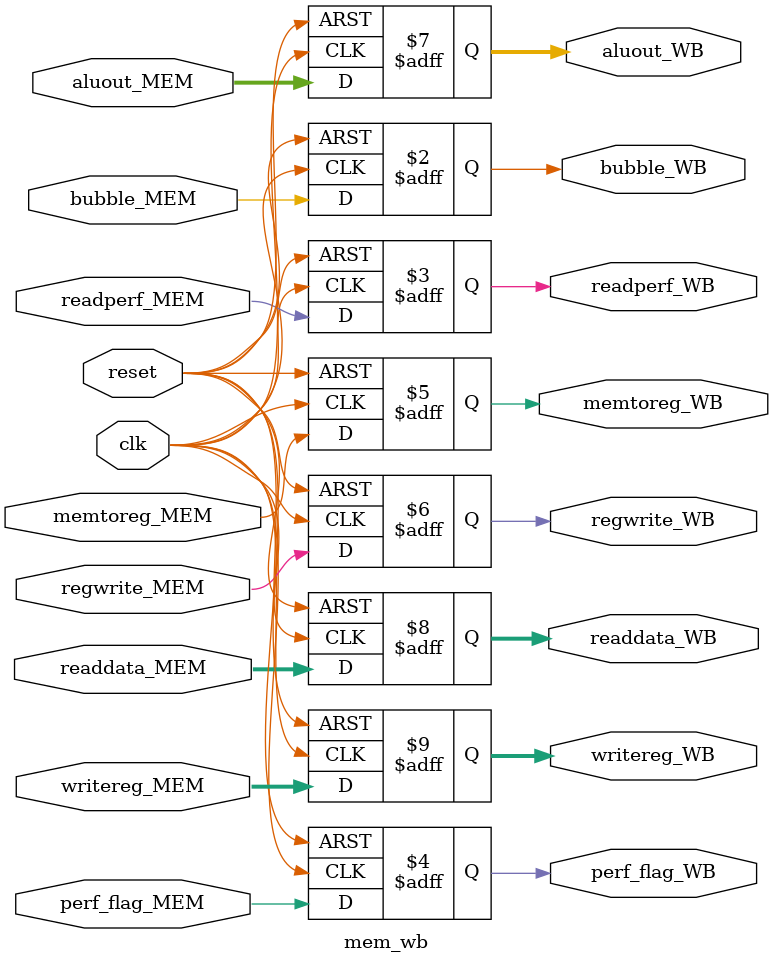
<source format=sv>
module mem_wb(
    input  logic        clk,
    input  logic        reset,
    // Control in
    input  logic        bubble_MEM,
    input  logic        readperf_MEM,
    input  logic        perf_flag_MEM,
    input  logic        memtoreg_MEM,
    input  logic        regwrite_MEM,
    // Data in
    input  logic [31:0] aluout_MEM,
    input  logic [31:0] readdata_MEM,
    input  logic [4:0]  writereg_MEM,
    // outputs
    output logic        bubble_WB,
    output logic        readperf_WB,
    output logic        perf_flag_WB,
    output logic        memtoreg_WB,
    output logic        regwrite_WB,
    output logic [31:0] aluout_WB,
    output logic [31:0] readdata_WB,
    output logic [4:0]  writereg_WB
);

    always_ff @(posedge clk or posedge reset) begin
        if (reset) begin
            bubble_WB    <= '0;
            readperf_WB  <= '0;
            perf_flag_WB <= '0;
            memtoreg_WB <= '0;
            regwrite_WB <= '0;
            aluout_WB   <= '0;
            readdata_WB <= '0;
            writereg_WB <= '0;
        end else begin
            bubble_WB    <= bubble_MEM;
            readperf_WB  <= readperf_MEM;
            perf_flag_WB <= perf_flag_MEM;
            memtoreg_WB <= memtoreg_MEM;
            regwrite_WB <= regwrite_MEM;
            aluout_WB   <= aluout_MEM;
            readdata_WB <= readdata_MEM;
            writereg_WB <= writereg_MEM;
        end
    end
endmodule

</source>
